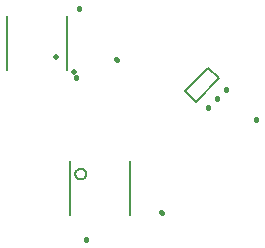
<source format=gbo>
G75*
%MOIN*%
%OFA0B0*%
%FSLAX25Y25*%
%IPPOS*%
%LPD*%
%AMOC8*
5,1,8,0,0,1.08239X$1,22.5*
%
%ADD10C,0.01600*%
%ADD11C,0.00600*%
%ADD12C,0.02000*%
%ADD13C,0.00500*%
D10*
X0158922Y0110380D02*
X0158922Y0110620D01*
X0183837Y0119585D02*
X0184007Y0119415D01*
X0215337Y0150585D02*
X0215507Y0150415D01*
X0202507Y0157585D02*
X0202337Y0157415D01*
X0199507Y0154585D02*
X0199337Y0154415D01*
X0205337Y0160415D02*
X0205507Y0160585D01*
X0169007Y0170415D02*
X0168837Y0170585D01*
X0155422Y0164620D02*
X0155422Y0164380D01*
X0156422Y0187380D02*
X0156422Y0187620D01*
D11*
X0152322Y0184987D02*
X0152322Y0167013D01*
X0132522Y0167013D02*
X0132522Y0184987D01*
X0153522Y0136487D02*
X0153522Y0118513D01*
X0173322Y0118513D02*
X0173322Y0136487D01*
X0155222Y0132300D02*
X0155224Y0132384D01*
X0155230Y0132469D01*
X0155240Y0132552D01*
X0155254Y0132636D01*
X0155271Y0132718D01*
X0155293Y0132800D01*
X0155318Y0132880D01*
X0155347Y0132959D01*
X0155380Y0133037D01*
X0155416Y0133113D01*
X0155456Y0133188D01*
X0155500Y0133260D01*
X0155546Y0133331D01*
X0155596Y0133399D01*
X0155649Y0133464D01*
X0155705Y0133527D01*
X0155764Y0133588D01*
X0155826Y0133645D01*
X0155890Y0133700D01*
X0155957Y0133751D01*
X0156026Y0133800D01*
X0156098Y0133845D01*
X0156171Y0133886D01*
X0156246Y0133924D01*
X0156323Y0133959D01*
X0156402Y0133990D01*
X0156482Y0134017D01*
X0156563Y0134040D01*
X0156645Y0134060D01*
X0156728Y0134076D01*
X0156811Y0134088D01*
X0156896Y0134096D01*
X0156980Y0134100D01*
X0157064Y0134100D01*
X0157148Y0134096D01*
X0157233Y0134088D01*
X0157316Y0134076D01*
X0157399Y0134060D01*
X0157481Y0134040D01*
X0157562Y0134017D01*
X0157642Y0133990D01*
X0157721Y0133959D01*
X0157798Y0133924D01*
X0157873Y0133886D01*
X0157946Y0133845D01*
X0158018Y0133800D01*
X0158087Y0133751D01*
X0158154Y0133700D01*
X0158218Y0133645D01*
X0158280Y0133588D01*
X0158339Y0133527D01*
X0158395Y0133464D01*
X0158448Y0133399D01*
X0158498Y0133331D01*
X0158544Y0133260D01*
X0158588Y0133188D01*
X0158628Y0133113D01*
X0158664Y0133037D01*
X0158697Y0132959D01*
X0158726Y0132880D01*
X0158751Y0132800D01*
X0158773Y0132718D01*
X0158790Y0132636D01*
X0158804Y0132552D01*
X0158814Y0132469D01*
X0158820Y0132384D01*
X0158822Y0132300D01*
X0158820Y0132216D01*
X0158814Y0132131D01*
X0158804Y0132048D01*
X0158790Y0131964D01*
X0158773Y0131882D01*
X0158751Y0131800D01*
X0158726Y0131720D01*
X0158697Y0131641D01*
X0158664Y0131563D01*
X0158628Y0131487D01*
X0158588Y0131412D01*
X0158544Y0131340D01*
X0158498Y0131269D01*
X0158448Y0131201D01*
X0158395Y0131136D01*
X0158339Y0131073D01*
X0158280Y0131012D01*
X0158218Y0130955D01*
X0158154Y0130900D01*
X0158087Y0130849D01*
X0158018Y0130800D01*
X0157946Y0130755D01*
X0157873Y0130714D01*
X0157798Y0130676D01*
X0157721Y0130641D01*
X0157642Y0130610D01*
X0157562Y0130583D01*
X0157481Y0130560D01*
X0157399Y0130540D01*
X0157316Y0130524D01*
X0157233Y0130512D01*
X0157148Y0130504D01*
X0157064Y0130500D01*
X0156980Y0130500D01*
X0156896Y0130504D01*
X0156811Y0130512D01*
X0156728Y0130524D01*
X0156645Y0130540D01*
X0156563Y0130560D01*
X0156482Y0130583D01*
X0156402Y0130610D01*
X0156323Y0130641D01*
X0156246Y0130676D01*
X0156171Y0130714D01*
X0156098Y0130755D01*
X0156026Y0130800D01*
X0155957Y0130849D01*
X0155890Y0130900D01*
X0155826Y0130955D01*
X0155764Y0131012D01*
X0155705Y0131073D01*
X0155649Y0131136D01*
X0155596Y0131201D01*
X0155546Y0131269D01*
X0155500Y0131340D01*
X0155456Y0131412D01*
X0155416Y0131487D01*
X0155380Y0131563D01*
X0155347Y0131641D01*
X0155318Y0131720D01*
X0155293Y0131800D01*
X0155271Y0131882D01*
X0155254Y0131964D01*
X0155240Y0132048D01*
X0155230Y0132131D01*
X0155224Y0132216D01*
X0155222Y0132300D01*
D12*
X0154922Y0166200D03*
X0148822Y0171200D03*
D13*
X0191765Y0159879D02*
X0195300Y0156343D01*
X0203079Y0164121D01*
X0199543Y0167657D01*
X0191765Y0159879D01*
M02*

</source>
